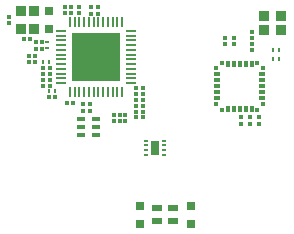
<source format=gtp>
G04 #@! TF.FileFunction,Paste,Top*
%FSLAX46Y46*%
G04 Gerber Fmt 4.6, Leading zero omitted, Abs format (unit mm)*
G04 Created by KiCad (PCBNEW 0.201509030901+6151~29~ubuntu15.04.1-product) date Thu 19 Nov 2015 01:23:01 PM EST*
%MOMM*%
G01*
G04 APERTURE LIST*
%ADD10C,0.100000*%
%ADD11R,0.350000X0.200000*%
%ADD12R,0.700000X1.200000*%
%ADD13R,0.300000X0.350000*%
%ADD14R,0.750000X0.800000*%
%ADD15R,1.000000X1.000000*%
%ADD16R,0.254000X0.900000*%
%ADD17R,0.900000X0.254000*%
%ADD18R,0.350000X0.300000*%
%ADD19R,0.280000X0.430000*%
%ADD20R,0.430000X0.280000*%
%ADD21R,0.800000X0.300000*%
%ADD22R,0.300000X0.300000*%
%ADD23R,0.300000X0.500000*%
%ADD24R,0.500000X0.300000*%
%ADD25R,0.850000X0.600000*%
%ADD26R,0.950000X0.850000*%
%ADD27R,0.850000X0.950000*%
G04 APERTURE END LIST*
D10*
D11*
X41275000Y-38850000D03*
X39825000Y-37650000D03*
X39825000Y-38050000D03*
X39825000Y-38450000D03*
X39825000Y-38850000D03*
X41275000Y-38450000D03*
X41275000Y-38050000D03*
X41275000Y-37650000D03*
D12*
X40550000Y-38250000D03*
D13*
X31575000Y-34000000D03*
X32125000Y-34000000D03*
D14*
X31600000Y-26700000D03*
X31600000Y-28200000D03*
D15*
X34058000Y-32077000D03*
X35058000Y-32077000D03*
X36058000Y-32077000D03*
X37058000Y-32077000D03*
X37058000Y-31077000D03*
X36058000Y-31077000D03*
X35058000Y-31077000D03*
X34058000Y-31077000D03*
X34058000Y-30077000D03*
X35058000Y-30077000D03*
X36058000Y-30077000D03*
X37058000Y-30077000D03*
X37058000Y-29077000D03*
X36058000Y-29077000D03*
X35058000Y-29077000D03*
D16*
X37758000Y-27627000D03*
D17*
X38508000Y-32777000D03*
D16*
X33358000Y-33527000D03*
D17*
X32608000Y-28377000D03*
X32608000Y-28777000D03*
X32608000Y-29177000D03*
X32608000Y-29577000D03*
X32608000Y-29977000D03*
X32608000Y-30377000D03*
X32608000Y-30777000D03*
X32608000Y-31177000D03*
X32608000Y-31577000D03*
X32608000Y-31977000D03*
X32608000Y-32377000D03*
X32608000Y-32777000D03*
D16*
X33758000Y-33527000D03*
X34158000Y-33527000D03*
X34558000Y-33527000D03*
X34958000Y-33527000D03*
X35358000Y-33527000D03*
X35758000Y-33527000D03*
X36158000Y-33527000D03*
X36558000Y-33527000D03*
X36958000Y-33527000D03*
X37358000Y-33527000D03*
X37758000Y-33527000D03*
D17*
X38508000Y-32377000D03*
X38508000Y-31977000D03*
X38508000Y-31577000D03*
X38508000Y-31177000D03*
X38508000Y-30777000D03*
X38508000Y-30377000D03*
X38508000Y-29977000D03*
X38508000Y-29577000D03*
X38508000Y-29177000D03*
X38508000Y-28777000D03*
X38508000Y-28377000D03*
D16*
X37358000Y-27627000D03*
X36958000Y-27627000D03*
X36558000Y-27627000D03*
X36158000Y-27627000D03*
X35758000Y-27627000D03*
X35358000Y-27627000D03*
X34958000Y-27627000D03*
X34558000Y-27627000D03*
X34158000Y-27627000D03*
X33758000Y-27627000D03*
X33358000Y-27627000D03*
D15*
X34058000Y-29077000D03*
D13*
X38975000Y-34700000D03*
X39525000Y-34700000D03*
D18*
X32900000Y-26875000D03*
X32900000Y-26325000D03*
D13*
X38975000Y-35700000D03*
X39525000Y-35700000D03*
D18*
X38050000Y-35475000D03*
X38050000Y-36025000D03*
X35100000Y-26925000D03*
X35100000Y-26375000D03*
X37550000Y-35475000D03*
X37550000Y-36025000D03*
D13*
X38975000Y-34200000D03*
X39525000Y-34200000D03*
D18*
X48615600Y-35666000D03*
X48615600Y-36216000D03*
X47853600Y-35666000D03*
X47853600Y-36216000D03*
X49377600Y-35666000D03*
X49377600Y-36216000D03*
D13*
X33625000Y-34500000D03*
X33075000Y-34500000D03*
X38975000Y-33200000D03*
X39525000Y-33200000D03*
D18*
X34115000Y-26880000D03*
X34115000Y-26330000D03*
X30950000Y-29875000D03*
X30950000Y-29325000D03*
X47218600Y-28960400D03*
X47218600Y-29510400D03*
X46456600Y-28960400D03*
X46456600Y-29510400D03*
D13*
X38975000Y-33700000D03*
X39525000Y-33700000D03*
X31625000Y-31500000D03*
X31075000Y-31500000D03*
X38975000Y-35200000D03*
X39525000Y-35200000D03*
X31625000Y-32000000D03*
X31075000Y-32000000D03*
D14*
X43561000Y-43192000D03*
X43561000Y-44692000D03*
D18*
X37050000Y-35475000D03*
X37050000Y-36025000D03*
X35750000Y-26925000D03*
X35750000Y-26375000D03*
X48768000Y-29993000D03*
X48768000Y-29443000D03*
X48768000Y-28427000D03*
X48768000Y-28977000D03*
X33480000Y-26880000D03*
X33480000Y-26330000D03*
X30450000Y-29875000D03*
X30450000Y-29325000D03*
D13*
X31625000Y-32500000D03*
X31075000Y-32500000D03*
X30425000Y-31000000D03*
X29875000Y-31000000D03*
X29975000Y-29050000D03*
X29425000Y-29050000D03*
D14*
X39243000Y-44692000D03*
X39243000Y-43192000D03*
D13*
X30425000Y-30500000D03*
X29875000Y-30500000D03*
X31625000Y-33000000D03*
X31075000Y-33000000D03*
D18*
X28200000Y-27175000D03*
X28200000Y-27725000D03*
D19*
X51055000Y-30734000D03*
X50545000Y-30734000D03*
X51055000Y-29972000D03*
X50545000Y-29972000D03*
X31605000Y-31000000D03*
X31095000Y-31000000D03*
X32105000Y-33500000D03*
X31595000Y-33500000D03*
D20*
X31450000Y-29855000D03*
X31450000Y-29345000D03*
D21*
X34250000Y-35850000D03*
X35550000Y-37150000D03*
X35550000Y-36500000D03*
X35550000Y-35850000D03*
X34250000Y-36500000D03*
X34250000Y-37150000D03*
D22*
X49726600Y-34545400D03*
X46226600Y-35045400D03*
X45726600Y-31545400D03*
X49226600Y-31045400D03*
D23*
X48726600Y-31145400D03*
X48226600Y-31145400D03*
X47726600Y-31145400D03*
X47226600Y-31145400D03*
X46726600Y-31145400D03*
D22*
X46226600Y-31045400D03*
D24*
X45826600Y-32045400D03*
X45826600Y-32545400D03*
X45826600Y-33045400D03*
X45826600Y-33545400D03*
X45826600Y-34045400D03*
D22*
X45726600Y-34545400D03*
D23*
X46726600Y-34945400D03*
X47226600Y-34945400D03*
X47726600Y-34945400D03*
X48226600Y-34945400D03*
X48726600Y-34945400D03*
D22*
X49226600Y-35045400D03*
D24*
X49626600Y-34045400D03*
X49626600Y-33545400D03*
X49626600Y-33045400D03*
X49626600Y-32545400D03*
X49626600Y-32045400D03*
D22*
X49726600Y-31545400D03*
D25*
X42077000Y-43392000D03*
X40727000Y-43392000D03*
X40727000Y-44492000D03*
X42077000Y-44492000D03*
D26*
X51245600Y-27136400D03*
X49795600Y-27136400D03*
X49795600Y-28286400D03*
X51245600Y-28286400D03*
D27*
X30325000Y-28175000D03*
X30325000Y-26725000D03*
X29175000Y-26725000D03*
X29175000Y-28175000D03*
D18*
X35050000Y-35125000D03*
X35050000Y-34575000D03*
X34450000Y-35125000D03*
X34450000Y-34575000D03*
M02*

</source>
